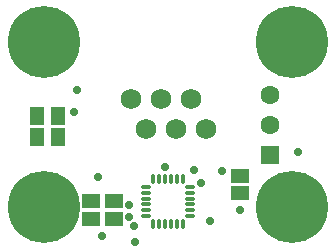
<source format=gts>
G04*
G04 #@! TF.GenerationSoftware,Altium Limited,Altium Designer,18.0.7 (293)*
G04*
G04 Layer_Color=8388736*
%FSLAX25Y25*%
%MOIN*%
G70*
G01*
G75*
%ADD18O,0.01378X0.03937*%
%ADD19O,0.03937X0.01378*%
%ADD20R,0.05118X0.05906*%
%ADD21R,0.05906X0.04724*%
%ADD22C,0.06894*%
%ADD23C,0.00394*%
%ADD24R,0.06299X0.06299*%
%ADD25C,0.06299*%
%ADD26C,0.24016*%
%ADD27C,0.02894*%
D18*
X50197Y8268D02*
D03*
X52165D02*
D03*
X54134D02*
D03*
X56102D02*
D03*
X58071D02*
D03*
X60039D02*
D03*
Y23228D02*
D03*
X58071D02*
D03*
X56102D02*
D03*
X54134D02*
D03*
X52165D02*
D03*
X50197D02*
D03*
D19*
X62598Y10827D02*
D03*
Y12795D02*
D03*
Y14764D02*
D03*
Y16732D02*
D03*
Y18701D02*
D03*
Y20669D02*
D03*
X47638D02*
D03*
Y18701D02*
D03*
Y16732D02*
D03*
Y14764D02*
D03*
Y12795D02*
D03*
Y10827D02*
D03*
D20*
X11319Y44193D02*
D03*
X18406D02*
D03*
X11417Y37402D02*
D03*
X18504D02*
D03*
D21*
X37008Y15945D02*
D03*
Y10039D02*
D03*
X29528Y10039D02*
D03*
Y15945D02*
D03*
X79134Y18504D02*
D03*
Y24409D02*
D03*
D22*
X42618Y49803D02*
D03*
X52618D02*
D03*
X62618D02*
D03*
X47618Y39803D02*
D03*
X57618D02*
D03*
X67618D02*
D03*
D23*
X35118Y74803D02*
D03*
X75118D02*
D03*
D24*
X89000Y31400D02*
D03*
D25*
Y41400D02*
D03*
Y51400D02*
D03*
D26*
X13780Y13780D02*
D03*
X96457Y68898D02*
D03*
X13780D02*
D03*
X96457Y13780D02*
D03*
D27*
X53937Y27165D02*
D03*
X66142Y22047D02*
D03*
X44094Y2362D02*
D03*
X33071Y4331D02*
D03*
X24803Y52756D02*
D03*
X31890Y24016D02*
D03*
X43701Y7480D02*
D03*
X42126Y14567D02*
D03*
Y10630D02*
D03*
X23622Y45669D02*
D03*
X98425Y32283D02*
D03*
X69094Y9154D02*
D03*
X79134Y12992D02*
D03*
X73228Y25984D02*
D03*
X63779Y26378D02*
D03*
M02*

</source>
